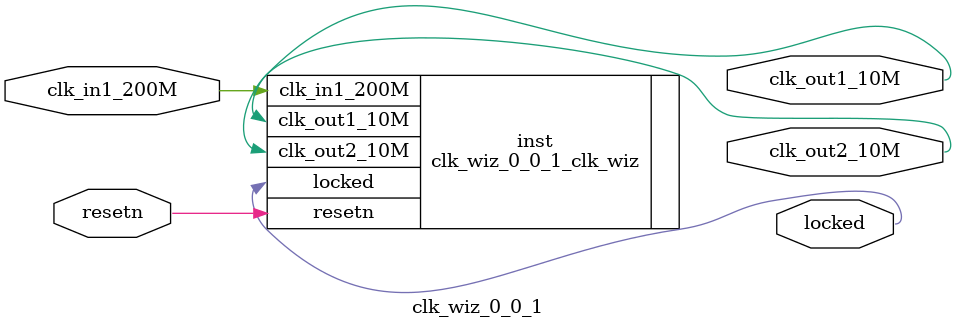
<source format=v>


`timescale 1ps/1ps

(* CORE_GENERATION_INFO = "clk_wiz_0_0_1,clk_wiz_v5_4_3_0,{component_name=clk_wiz_0_0_1,use_phase_alignment=true,use_min_o_jitter=false,use_max_i_jitter=false,use_dyn_phase_shift=false,use_inclk_switchover=false,use_dyn_reconfig=false,enable_axi=0,feedback_source=FDBK_AUTO,PRIMITIVE=PLL,num_out_clk=2,clkin1_period=5.000,clkin2_period=10.0,use_power_down=false,use_reset=true,use_locked=true,use_inclk_stopped=false,feedback_type=SINGLE,CLOCK_MGR_TYPE=NA,manual_override=false}" *)

module clk_wiz_0_0_1 
 (
  // Clock out ports
  output        clk_out1_10M,
  output        clk_out2_10M,
  // Status and control signals
  input         resetn,
  output        locked,
 // Clock in ports
  input         clk_in1_200M
 );

  clk_wiz_0_0_1_clk_wiz inst
  (
  // Clock out ports  
  .clk_out1_10M(clk_out1_10M),
  .clk_out2_10M(clk_out2_10M),
  // Status and control signals               
  .resetn(resetn), 
  .locked(locked),
 // Clock in ports
  .clk_in1_200M(clk_in1_200M)
  );

endmodule

</source>
